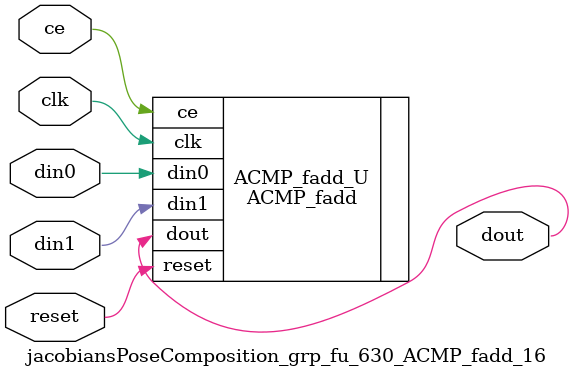
<source format=v>

`timescale 1 ns / 1 ps
module jacobiansPoseComposition_grp_fu_630_ACMP_fadd_16(
    clk,
    reset,
    ce,
    din0,
    din1,
    dout);

parameter ID = 32'd1;
parameter NUM_STAGE = 32'd1;
parameter din0_WIDTH = 32'd1;
parameter din1_WIDTH = 32'd1;
parameter dout_WIDTH = 32'd1;
input clk;
input reset;
input ce;
input[din0_WIDTH - 1:0] din0;
input[din1_WIDTH - 1:0] din1;
output[dout_WIDTH - 1:0] dout;



ACMP_fadd #(
.ID( ID ),
.NUM_STAGE( 4 ),
.din0_WIDTH( din0_WIDTH ),
.din1_WIDTH( din1_WIDTH ),
.dout_WIDTH( dout_WIDTH ))
ACMP_fadd_U(
    .clk( clk ),
    .reset( reset ),
    .ce( ce ),
    .din0( din0 ),
    .din1( din1 ),
    .dout( dout ));

endmodule

</source>
